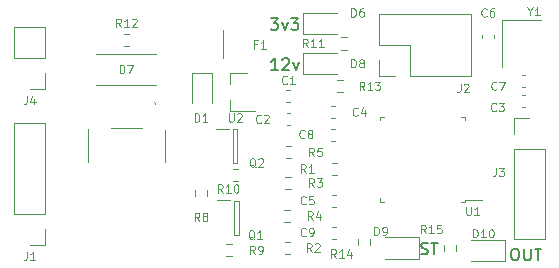
<source format=gbr>
G04 #@! TF.GenerationSoftware,KiCad,Pcbnew,(5.1.12)-1*
G04 #@! TF.CreationDate,2021-12-08T09:26:21+00:00*
G04 #@! TF.ProjectId,LightMinderSMD,4c696768-744d-4696-9e64-6572534d442e,rev?*
G04 #@! TF.SameCoordinates,Original*
G04 #@! TF.FileFunction,Legend,Top*
G04 #@! TF.FilePolarity,Positive*
%FSLAX46Y46*%
G04 Gerber Fmt 4.6, Leading zero omitted, Abs format (unit mm)*
G04 Created by KiCad (PCBNEW (5.1.12)-1) date 2021-12-08 09:26:21*
%MOMM*%
%LPD*%
G01*
G04 APERTURE LIST*
%ADD10C,0.200000*%
%ADD11C,0.120000*%
%ADD12C,0.100000*%
%ADD13R,1.500000X2.900000*%
%ADD14R,6.300000X6.500000*%
%ADD15O,1.700000X1.700000*%
%ADD16R,1.700000X1.700000*%
%ADD17R,0.900000X0.800000*%
%ADD18R,1.100000X0.600000*%
%ADD19R,1.180000X2.810000*%
%ADD20R,2.200000X1.550000*%
%ADD21R,1.200000X1.400000*%
%ADD22R,0.500000X0.500000*%
%ADD23R,0.550000X1.600000*%
%ADD24R,1.600000X0.550000*%
G04 APERTURE END LIST*
D10*
X131133333Y-93304761D02*
X131276190Y-93352380D01*
X131514285Y-93352380D01*
X131609523Y-93304761D01*
X131657142Y-93257142D01*
X131704761Y-93161904D01*
X131704761Y-93066666D01*
X131657142Y-92971428D01*
X131609523Y-92923809D01*
X131514285Y-92876190D01*
X131323809Y-92828571D01*
X131228571Y-92780952D01*
X131180952Y-92733333D01*
X131133333Y-92638095D01*
X131133333Y-92542857D01*
X131180952Y-92447619D01*
X131228571Y-92400000D01*
X131323809Y-92352380D01*
X131561904Y-92352380D01*
X131704761Y-92400000D01*
X131990476Y-92352380D02*
X132561904Y-92352380D01*
X132276190Y-93352380D02*
X132276190Y-92352380D01*
X139000000Y-92852380D02*
X139190476Y-92852380D01*
X139285714Y-92900000D01*
X139380952Y-92995238D01*
X139428571Y-93185714D01*
X139428571Y-93519047D01*
X139380952Y-93709523D01*
X139285714Y-93804761D01*
X139190476Y-93852380D01*
X139000000Y-93852380D01*
X138904761Y-93804761D01*
X138809523Y-93709523D01*
X138761904Y-93519047D01*
X138761904Y-93185714D01*
X138809523Y-92995238D01*
X138904761Y-92900000D01*
X139000000Y-92852380D01*
X139857142Y-92852380D02*
X139857142Y-93661904D01*
X139904761Y-93757142D01*
X139952380Y-93804761D01*
X140047619Y-93852380D01*
X140238095Y-93852380D01*
X140333333Y-93804761D01*
X140380952Y-93757142D01*
X140428571Y-93661904D01*
X140428571Y-92852380D01*
X140761904Y-92852380D02*
X141333333Y-92852380D01*
X141047619Y-93852380D02*
X141047619Y-92852380D01*
X118409523Y-73352380D02*
X119028571Y-73352380D01*
X118695238Y-73733333D01*
X118838095Y-73733333D01*
X118933333Y-73780952D01*
X118980952Y-73828571D01*
X119028571Y-73923809D01*
X119028571Y-74161904D01*
X118980952Y-74257142D01*
X118933333Y-74304761D01*
X118838095Y-74352380D01*
X118552380Y-74352380D01*
X118457142Y-74304761D01*
X118409523Y-74257142D01*
X119361904Y-73685714D02*
X119600000Y-74352380D01*
X119838095Y-73685714D01*
X120123809Y-73352380D02*
X120742857Y-73352380D01*
X120409523Y-73733333D01*
X120552380Y-73733333D01*
X120647619Y-73780952D01*
X120695238Y-73828571D01*
X120742857Y-73923809D01*
X120742857Y-74161904D01*
X120695238Y-74257142D01*
X120647619Y-74304761D01*
X120552380Y-74352380D01*
X120266666Y-74352380D01*
X120171428Y-74304761D01*
X120123809Y-74257142D01*
X119028571Y-77752380D02*
X118457142Y-77752380D01*
X118742857Y-77752380D02*
X118742857Y-76752380D01*
X118647619Y-76895238D01*
X118552380Y-76990476D01*
X118457142Y-77038095D01*
X119409523Y-76847619D02*
X119457142Y-76800000D01*
X119552380Y-76752380D01*
X119790476Y-76752380D01*
X119885714Y-76800000D01*
X119933333Y-76847619D01*
X119980952Y-76942857D01*
X119980952Y-77038095D01*
X119933333Y-77180952D01*
X119361904Y-77752380D01*
X119980952Y-77752380D01*
X120314285Y-77085714D02*
X120552380Y-77752380D01*
X120790476Y-77085714D01*
D11*
X126822500Y-92062742D02*
X126822500Y-92537258D01*
X125777500Y-92062742D02*
X125777500Y-92537258D01*
X123915580Y-92010000D02*
X123634420Y-92010000D01*
X123915580Y-90990000D02*
X123634420Y-90990000D01*
X123815580Y-83710000D02*
X123534420Y-83710000D01*
X123815580Y-82690000D02*
X123534420Y-82690000D01*
X139684420Y-78190000D02*
X139965580Y-78190000D01*
X139684420Y-79210000D02*
X139965580Y-79210000D01*
X136290000Y-75065580D02*
X136290000Y-74784420D01*
X137310000Y-75065580D02*
X137310000Y-74784420D01*
X123915580Y-89310000D02*
X123634420Y-89310000D01*
X123915580Y-88290000D02*
X123634420Y-88290000D01*
X123815580Y-81810000D02*
X123534420Y-81810000D01*
X123815580Y-80790000D02*
X123534420Y-80790000D01*
X139684420Y-79890000D02*
X139965580Y-79890000D01*
X139684420Y-80910000D02*
X139965580Y-80910000D01*
X105952742Y-74677500D02*
X106427258Y-74677500D01*
X105952742Y-75722500D02*
X106427258Y-75722500D01*
X115662258Y-87122500D02*
X115187742Y-87122500D01*
X115662258Y-86077500D02*
X115187742Y-86077500D01*
X114662742Y-92477500D02*
X115137258Y-92477500D01*
X114662742Y-93522500D02*
X115137258Y-93522500D01*
X113022500Y-87937742D02*
X113022500Y-88412258D01*
X111977500Y-87937742D02*
X111977500Y-88412258D01*
X134122500Y-92587742D02*
X134122500Y-93062258D01*
X133077500Y-92587742D02*
X133077500Y-93062258D01*
X124062742Y-78577500D02*
X124537258Y-78577500D01*
X124062742Y-79622500D02*
X124537258Y-79622500D01*
X124862258Y-76022500D02*
X124387742Y-76022500D01*
X124862258Y-74977500D02*
X124387742Y-74977500D01*
X119687742Y-84177500D02*
X120162258Y-84177500D01*
X119687742Y-85222500D02*
X120162258Y-85222500D01*
X120062258Y-93322500D02*
X119587742Y-93322500D01*
X120062258Y-92277500D02*
X119587742Y-92277500D01*
X120037258Y-90622500D02*
X119562742Y-90622500D01*
X120037258Y-89577500D02*
X119562742Y-89577500D01*
X120137258Y-87822500D02*
X119662742Y-87822500D01*
X120137258Y-86777500D02*
X119662742Y-86777500D01*
X123562742Y-85577500D02*
X124037258Y-85577500D01*
X123562742Y-86622500D02*
X124037258Y-86622500D01*
D12*
X108600000Y-80500000D02*
X108600000Y-80500000D01*
X108600000Y-80600000D02*
X108600000Y-80600000D01*
X102950000Y-85500000D02*
X102950000Y-82700000D01*
X109450000Y-85500000D02*
X109450000Y-82800000D01*
X107500000Y-82650000D02*
X104900000Y-82650000D01*
X108600000Y-80600000D02*
G75*
G02*
X108600000Y-80500000I0J50000D01*
G01*
X108600000Y-80500000D02*
G75*
G02*
X108600000Y-80600000I0J-50000D01*
G01*
D11*
X138970000Y-92070000D02*
X141630000Y-92070000D01*
X138970000Y-84390000D02*
X138970000Y-92070000D01*
X141630000Y-84390000D02*
X141630000Y-92070000D01*
X138970000Y-84390000D02*
X141630000Y-84390000D01*
X138970000Y-83120000D02*
X138970000Y-81790000D01*
X138970000Y-81790000D02*
X140300000Y-81790000D01*
D12*
X135330000Y-78230000D02*
X135330000Y-73030000D01*
X130190000Y-78230000D02*
X135330000Y-78230000D01*
X127590000Y-73030000D02*
X135330000Y-73030000D01*
X130190000Y-78230000D02*
X130190000Y-75630000D01*
X130190000Y-75630000D02*
X127590000Y-75630000D01*
X127590000Y-75630000D02*
X127590000Y-73030000D01*
X128920000Y-78230000D02*
X127590000Y-78230000D01*
X127590000Y-78230000D02*
X127590000Y-76900000D01*
X99330000Y-74130000D02*
X96670000Y-74130000D01*
X99330000Y-76730000D02*
X99330000Y-74130000D01*
X96670000Y-76730000D02*
X96670000Y-74130000D01*
X99330000Y-76730000D02*
X96670000Y-76730000D01*
X99330000Y-78000000D02*
X99330000Y-79330000D01*
X99330000Y-79330000D02*
X98000000Y-79330000D01*
X99330000Y-82250000D02*
X96670000Y-82250000D01*
X99330000Y-89930000D02*
X99330000Y-82250000D01*
X96670000Y-89930000D02*
X96670000Y-82250000D01*
X99330000Y-89930000D02*
X96670000Y-89930000D01*
X99330000Y-91200000D02*
X99330000Y-92530000D01*
X99330000Y-92530000D02*
X98000000Y-92530000D01*
X114940000Y-78020000D02*
X114940000Y-78950000D01*
X114940000Y-81180000D02*
X114940000Y-80250000D01*
X114940000Y-81180000D02*
X117100000Y-81180000D01*
X114940000Y-78020000D02*
X116400000Y-78020000D01*
X113750000Y-82700000D02*
X114850000Y-82700000D01*
X115200000Y-85650000D02*
X115200000Y-82750000D01*
X115600000Y-85650000D02*
X115200000Y-85650000D01*
X115600000Y-82750000D02*
X115600000Y-85650000D01*
X115200000Y-82750000D02*
X115600000Y-82750000D01*
X113850000Y-88750000D02*
X114950000Y-88750000D01*
X115300000Y-91700000D02*
X115300000Y-88800000D01*
X115700000Y-91700000D02*
X115300000Y-91700000D01*
X115700000Y-88800000D02*
X115700000Y-91700000D01*
X115300000Y-88800000D02*
X115700000Y-88800000D01*
X114385000Y-74312000D02*
X114385000Y-76688000D01*
X135400000Y-93910000D02*
X138285000Y-93910000D01*
X138285000Y-93910000D02*
X138285000Y-92090000D01*
X138285000Y-92090000D02*
X135400000Y-92090000D01*
X128062500Y-93710000D02*
X130947500Y-93710000D01*
X130947500Y-93710000D02*
X130947500Y-91890000D01*
X130947500Y-91890000D02*
X128062500Y-91890000D01*
X124062500Y-76290000D02*
X121177500Y-76290000D01*
X121177500Y-76290000D02*
X121177500Y-78110000D01*
X121177500Y-78110000D02*
X124062500Y-78110000D01*
X103630000Y-78998000D02*
X108670000Y-78998000D01*
X108670000Y-76402000D02*
X103630000Y-76402000D01*
X124062500Y-72890000D02*
X121177500Y-72890000D01*
X121177500Y-72890000D02*
X121177500Y-74710000D01*
X121177500Y-74710000D02*
X124062500Y-74710000D01*
X119749721Y-81390000D02*
X120075279Y-81390000D01*
X119749721Y-82410000D02*
X120075279Y-82410000D01*
X119724721Y-79390000D02*
X120050279Y-79390000D01*
X119724721Y-80410000D02*
X120050279Y-80410000D01*
X141300000Y-73500000D02*
X138000000Y-73500000D01*
X138000000Y-73500000D02*
X138000000Y-77500000D01*
X113450000Y-78000000D02*
X111750000Y-78000000D01*
X111750000Y-78000000D02*
X111750000Y-80550000D01*
X113450000Y-78000000D02*
X113450000Y-80550000D01*
X134891000Y-88929000D02*
X134891000Y-88704000D01*
X127641000Y-88929000D02*
X127641000Y-88604000D01*
X127641000Y-81679000D02*
X127641000Y-82004000D01*
X134891000Y-81679000D02*
X134891000Y-82004000D01*
X134891000Y-88929000D02*
X134566000Y-88929000D01*
X134891000Y-81679000D02*
X134566000Y-81679000D01*
X127641000Y-81679000D02*
X127966000Y-81679000D01*
X127641000Y-88929000D02*
X127966000Y-88929000D01*
X134891000Y-88704000D02*
X136316000Y-88704000D01*
X123950000Y-93616666D02*
X123716666Y-93283333D01*
X123550000Y-93616666D02*
X123550000Y-92916666D01*
X123816666Y-92916666D01*
X123883333Y-92950000D01*
X123916666Y-92983333D01*
X123950000Y-93050000D01*
X123950000Y-93150000D01*
X123916666Y-93216666D01*
X123883333Y-93250000D01*
X123816666Y-93283333D01*
X123550000Y-93283333D01*
X124616666Y-93616666D02*
X124216666Y-93616666D01*
X124416666Y-93616666D02*
X124416666Y-92916666D01*
X124350000Y-93016666D01*
X124283333Y-93083333D01*
X124216666Y-93116666D01*
X125216666Y-93150000D02*
X125216666Y-93616666D01*
X125050000Y-92883333D02*
X124883333Y-93383333D01*
X125316666Y-93383333D01*
X121383333Y-91750000D02*
X121350000Y-91783333D01*
X121250000Y-91816666D01*
X121183333Y-91816666D01*
X121083333Y-91783333D01*
X121016666Y-91716666D01*
X120983333Y-91650000D01*
X120950000Y-91516666D01*
X120950000Y-91416666D01*
X120983333Y-91283333D01*
X121016666Y-91216666D01*
X121083333Y-91150000D01*
X121183333Y-91116666D01*
X121250000Y-91116666D01*
X121350000Y-91150000D01*
X121383333Y-91183333D01*
X121716666Y-91816666D02*
X121850000Y-91816666D01*
X121916666Y-91783333D01*
X121950000Y-91750000D01*
X122016666Y-91650000D01*
X122050000Y-91516666D01*
X122050000Y-91250000D01*
X122016666Y-91183333D01*
X121983333Y-91150000D01*
X121916666Y-91116666D01*
X121783333Y-91116666D01*
X121716666Y-91150000D01*
X121683333Y-91183333D01*
X121650000Y-91250000D01*
X121650000Y-91416666D01*
X121683333Y-91483333D01*
X121716666Y-91516666D01*
X121783333Y-91550000D01*
X121916666Y-91550000D01*
X121983333Y-91516666D01*
X122016666Y-91483333D01*
X122050000Y-91416666D01*
X121283333Y-83450000D02*
X121250000Y-83483333D01*
X121150000Y-83516666D01*
X121083333Y-83516666D01*
X120983333Y-83483333D01*
X120916666Y-83416666D01*
X120883333Y-83350000D01*
X120850000Y-83216666D01*
X120850000Y-83116666D01*
X120883333Y-82983333D01*
X120916666Y-82916666D01*
X120983333Y-82850000D01*
X121083333Y-82816666D01*
X121150000Y-82816666D01*
X121250000Y-82850000D01*
X121283333Y-82883333D01*
X121683333Y-83116666D02*
X121616666Y-83083333D01*
X121583333Y-83050000D01*
X121550000Y-82983333D01*
X121550000Y-82950000D01*
X121583333Y-82883333D01*
X121616666Y-82850000D01*
X121683333Y-82816666D01*
X121816666Y-82816666D01*
X121883333Y-82850000D01*
X121916666Y-82883333D01*
X121950000Y-82950000D01*
X121950000Y-82983333D01*
X121916666Y-83050000D01*
X121883333Y-83083333D01*
X121816666Y-83116666D01*
X121683333Y-83116666D01*
X121616666Y-83150000D01*
X121583333Y-83183333D01*
X121550000Y-83250000D01*
X121550000Y-83383333D01*
X121583333Y-83450000D01*
X121616666Y-83483333D01*
X121683333Y-83516666D01*
X121816666Y-83516666D01*
X121883333Y-83483333D01*
X121916666Y-83450000D01*
X121950000Y-83383333D01*
X121950000Y-83250000D01*
X121916666Y-83183333D01*
X121883333Y-83150000D01*
X121816666Y-83116666D01*
X137508333Y-79350000D02*
X137475000Y-79383333D01*
X137375000Y-79416666D01*
X137308333Y-79416666D01*
X137208333Y-79383333D01*
X137141666Y-79316666D01*
X137108333Y-79250000D01*
X137075000Y-79116666D01*
X137075000Y-79016666D01*
X137108333Y-78883333D01*
X137141666Y-78816666D01*
X137208333Y-78750000D01*
X137308333Y-78716666D01*
X137375000Y-78716666D01*
X137475000Y-78750000D01*
X137508333Y-78783333D01*
X137741666Y-78716666D02*
X138208333Y-78716666D01*
X137908333Y-79416666D01*
X136683333Y-73150000D02*
X136650000Y-73183333D01*
X136550000Y-73216666D01*
X136483333Y-73216666D01*
X136383333Y-73183333D01*
X136316666Y-73116666D01*
X136283333Y-73050000D01*
X136250000Y-72916666D01*
X136250000Y-72816666D01*
X136283333Y-72683333D01*
X136316666Y-72616666D01*
X136383333Y-72550000D01*
X136483333Y-72516666D01*
X136550000Y-72516666D01*
X136650000Y-72550000D01*
X136683333Y-72583333D01*
X137283333Y-72516666D02*
X137150000Y-72516666D01*
X137083333Y-72550000D01*
X137050000Y-72583333D01*
X136983333Y-72683333D01*
X136950000Y-72816666D01*
X136950000Y-73083333D01*
X136983333Y-73150000D01*
X137016666Y-73183333D01*
X137083333Y-73216666D01*
X137216666Y-73216666D01*
X137283333Y-73183333D01*
X137316666Y-73150000D01*
X137350000Y-73083333D01*
X137350000Y-72916666D01*
X137316666Y-72850000D01*
X137283333Y-72816666D01*
X137216666Y-72783333D01*
X137083333Y-72783333D01*
X137016666Y-72816666D01*
X136983333Y-72850000D01*
X136950000Y-72916666D01*
X121383333Y-89050000D02*
X121350000Y-89083333D01*
X121250000Y-89116666D01*
X121183333Y-89116666D01*
X121083333Y-89083333D01*
X121016666Y-89016666D01*
X120983333Y-88950000D01*
X120950000Y-88816666D01*
X120950000Y-88716666D01*
X120983333Y-88583333D01*
X121016666Y-88516666D01*
X121083333Y-88450000D01*
X121183333Y-88416666D01*
X121250000Y-88416666D01*
X121350000Y-88450000D01*
X121383333Y-88483333D01*
X122016666Y-88416666D02*
X121683333Y-88416666D01*
X121650000Y-88750000D01*
X121683333Y-88716666D01*
X121750000Y-88683333D01*
X121916666Y-88683333D01*
X121983333Y-88716666D01*
X122016666Y-88750000D01*
X122050000Y-88816666D01*
X122050000Y-88983333D01*
X122016666Y-89050000D01*
X121983333Y-89083333D01*
X121916666Y-89116666D01*
X121750000Y-89116666D01*
X121683333Y-89083333D01*
X121650000Y-89050000D01*
X125783333Y-81550000D02*
X125750000Y-81583333D01*
X125650000Y-81616666D01*
X125583333Y-81616666D01*
X125483333Y-81583333D01*
X125416666Y-81516666D01*
X125383333Y-81450000D01*
X125350000Y-81316666D01*
X125350000Y-81216666D01*
X125383333Y-81083333D01*
X125416666Y-81016666D01*
X125483333Y-80950000D01*
X125583333Y-80916666D01*
X125650000Y-80916666D01*
X125750000Y-80950000D01*
X125783333Y-80983333D01*
X126383333Y-81150000D02*
X126383333Y-81616666D01*
X126216666Y-80883333D02*
X126050000Y-81383333D01*
X126483333Y-81383333D01*
X137483333Y-81150000D02*
X137450000Y-81183333D01*
X137350000Y-81216666D01*
X137283333Y-81216666D01*
X137183333Y-81183333D01*
X137116666Y-81116666D01*
X137083333Y-81050000D01*
X137050000Y-80916666D01*
X137050000Y-80816666D01*
X137083333Y-80683333D01*
X137116666Y-80616666D01*
X137183333Y-80550000D01*
X137283333Y-80516666D01*
X137350000Y-80516666D01*
X137450000Y-80550000D01*
X137483333Y-80583333D01*
X137716666Y-80516666D02*
X138150000Y-80516666D01*
X137916666Y-80783333D01*
X138016666Y-80783333D01*
X138083333Y-80816666D01*
X138116666Y-80850000D01*
X138150000Y-80916666D01*
X138150000Y-81083333D01*
X138116666Y-81150000D01*
X138083333Y-81183333D01*
X138016666Y-81216666D01*
X137816666Y-81216666D01*
X137750000Y-81183333D01*
X137716666Y-81150000D01*
X105740000Y-74086666D02*
X105506666Y-73753333D01*
X105340000Y-74086666D02*
X105340000Y-73386666D01*
X105606666Y-73386666D01*
X105673333Y-73420000D01*
X105706666Y-73453333D01*
X105740000Y-73520000D01*
X105740000Y-73620000D01*
X105706666Y-73686666D01*
X105673333Y-73720000D01*
X105606666Y-73753333D01*
X105340000Y-73753333D01*
X106406666Y-74086666D02*
X106006666Y-74086666D01*
X106206666Y-74086666D02*
X106206666Y-73386666D01*
X106140000Y-73486666D01*
X106073333Y-73553333D01*
X106006666Y-73586666D01*
X106673333Y-73453333D02*
X106706666Y-73420000D01*
X106773333Y-73386666D01*
X106940000Y-73386666D01*
X107006666Y-73420000D01*
X107040000Y-73453333D01*
X107073333Y-73520000D01*
X107073333Y-73586666D01*
X107040000Y-73686666D01*
X106640000Y-74086666D01*
X107073333Y-74086666D01*
X114350000Y-88116666D02*
X114116666Y-87783333D01*
X113950000Y-88116666D02*
X113950000Y-87416666D01*
X114216666Y-87416666D01*
X114283333Y-87450000D01*
X114316666Y-87483333D01*
X114350000Y-87550000D01*
X114350000Y-87650000D01*
X114316666Y-87716666D01*
X114283333Y-87750000D01*
X114216666Y-87783333D01*
X113950000Y-87783333D01*
X115016666Y-88116666D02*
X114616666Y-88116666D01*
X114816666Y-88116666D02*
X114816666Y-87416666D01*
X114750000Y-87516666D01*
X114683333Y-87583333D01*
X114616666Y-87616666D01*
X115450000Y-87416666D02*
X115516666Y-87416666D01*
X115583333Y-87450000D01*
X115616666Y-87483333D01*
X115650000Y-87550000D01*
X115683333Y-87683333D01*
X115683333Y-87850000D01*
X115650000Y-87983333D01*
X115616666Y-88050000D01*
X115583333Y-88083333D01*
X115516666Y-88116666D01*
X115450000Y-88116666D01*
X115383333Y-88083333D01*
X115350000Y-88050000D01*
X115316666Y-87983333D01*
X115283333Y-87850000D01*
X115283333Y-87683333D01*
X115316666Y-87550000D01*
X115350000Y-87483333D01*
X115383333Y-87450000D01*
X115450000Y-87416666D01*
X117083333Y-93316666D02*
X116850000Y-92983333D01*
X116683333Y-93316666D02*
X116683333Y-92616666D01*
X116950000Y-92616666D01*
X117016666Y-92650000D01*
X117050000Y-92683333D01*
X117083333Y-92750000D01*
X117083333Y-92850000D01*
X117050000Y-92916666D01*
X117016666Y-92950000D01*
X116950000Y-92983333D01*
X116683333Y-92983333D01*
X117416666Y-93316666D02*
X117550000Y-93316666D01*
X117616666Y-93283333D01*
X117650000Y-93250000D01*
X117716666Y-93150000D01*
X117750000Y-93016666D01*
X117750000Y-92750000D01*
X117716666Y-92683333D01*
X117683333Y-92650000D01*
X117616666Y-92616666D01*
X117483333Y-92616666D01*
X117416666Y-92650000D01*
X117383333Y-92683333D01*
X117350000Y-92750000D01*
X117350000Y-92916666D01*
X117383333Y-92983333D01*
X117416666Y-93016666D01*
X117483333Y-93050000D01*
X117616666Y-93050000D01*
X117683333Y-93016666D01*
X117716666Y-92983333D01*
X117750000Y-92916666D01*
X112383333Y-90516666D02*
X112150000Y-90183333D01*
X111983333Y-90516666D02*
X111983333Y-89816666D01*
X112250000Y-89816666D01*
X112316666Y-89850000D01*
X112350000Y-89883333D01*
X112383333Y-89950000D01*
X112383333Y-90050000D01*
X112350000Y-90116666D01*
X112316666Y-90150000D01*
X112250000Y-90183333D01*
X111983333Y-90183333D01*
X112783333Y-90116666D02*
X112716666Y-90083333D01*
X112683333Y-90050000D01*
X112650000Y-89983333D01*
X112650000Y-89950000D01*
X112683333Y-89883333D01*
X112716666Y-89850000D01*
X112783333Y-89816666D01*
X112916666Y-89816666D01*
X112983333Y-89850000D01*
X113016666Y-89883333D01*
X113050000Y-89950000D01*
X113050000Y-89983333D01*
X113016666Y-90050000D01*
X112983333Y-90083333D01*
X112916666Y-90116666D01*
X112783333Y-90116666D01*
X112716666Y-90150000D01*
X112683333Y-90183333D01*
X112650000Y-90250000D01*
X112650000Y-90383333D01*
X112683333Y-90450000D01*
X112716666Y-90483333D01*
X112783333Y-90516666D01*
X112916666Y-90516666D01*
X112983333Y-90483333D01*
X113016666Y-90450000D01*
X113050000Y-90383333D01*
X113050000Y-90250000D01*
X113016666Y-90183333D01*
X112983333Y-90150000D01*
X112916666Y-90116666D01*
X131550000Y-91566666D02*
X131316666Y-91233333D01*
X131150000Y-91566666D02*
X131150000Y-90866666D01*
X131416666Y-90866666D01*
X131483333Y-90900000D01*
X131516666Y-90933333D01*
X131550000Y-91000000D01*
X131550000Y-91100000D01*
X131516666Y-91166666D01*
X131483333Y-91200000D01*
X131416666Y-91233333D01*
X131150000Y-91233333D01*
X132216666Y-91566666D02*
X131816666Y-91566666D01*
X132016666Y-91566666D02*
X132016666Y-90866666D01*
X131950000Y-90966666D01*
X131883333Y-91033333D01*
X131816666Y-91066666D01*
X132850000Y-90866666D02*
X132516666Y-90866666D01*
X132483333Y-91200000D01*
X132516666Y-91166666D01*
X132583333Y-91133333D01*
X132750000Y-91133333D01*
X132816666Y-91166666D01*
X132850000Y-91200000D01*
X132883333Y-91266666D01*
X132883333Y-91433333D01*
X132850000Y-91500000D01*
X132816666Y-91533333D01*
X132750000Y-91566666D01*
X132583333Y-91566666D01*
X132516666Y-91533333D01*
X132483333Y-91500000D01*
X126350000Y-79416666D02*
X126116666Y-79083333D01*
X125950000Y-79416666D02*
X125950000Y-78716666D01*
X126216666Y-78716666D01*
X126283333Y-78750000D01*
X126316666Y-78783333D01*
X126350000Y-78850000D01*
X126350000Y-78950000D01*
X126316666Y-79016666D01*
X126283333Y-79050000D01*
X126216666Y-79083333D01*
X125950000Y-79083333D01*
X127016666Y-79416666D02*
X126616666Y-79416666D01*
X126816666Y-79416666D02*
X126816666Y-78716666D01*
X126750000Y-78816666D01*
X126683333Y-78883333D01*
X126616666Y-78916666D01*
X127250000Y-78716666D02*
X127683333Y-78716666D01*
X127450000Y-78983333D01*
X127550000Y-78983333D01*
X127616666Y-79016666D01*
X127650000Y-79050000D01*
X127683333Y-79116666D01*
X127683333Y-79283333D01*
X127650000Y-79350000D01*
X127616666Y-79383333D01*
X127550000Y-79416666D01*
X127350000Y-79416666D01*
X127283333Y-79383333D01*
X127250000Y-79350000D01*
X121550000Y-75816666D02*
X121316666Y-75483333D01*
X121150000Y-75816666D02*
X121150000Y-75116666D01*
X121416666Y-75116666D01*
X121483333Y-75150000D01*
X121516666Y-75183333D01*
X121550000Y-75250000D01*
X121550000Y-75350000D01*
X121516666Y-75416666D01*
X121483333Y-75450000D01*
X121416666Y-75483333D01*
X121150000Y-75483333D01*
X122216666Y-75816666D02*
X121816666Y-75816666D01*
X122016666Y-75816666D02*
X122016666Y-75116666D01*
X121950000Y-75216666D01*
X121883333Y-75283333D01*
X121816666Y-75316666D01*
X122883333Y-75816666D02*
X122483333Y-75816666D01*
X122683333Y-75816666D02*
X122683333Y-75116666D01*
X122616666Y-75216666D01*
X122550000Y-75283333D01*
X122483333Y-75316666D01*
X122083333Y-85016666D02*
X121850000Y-84683333D01*
X121683333Y-85016666D02*
X121683333Y-84316666D01*
X121950000Y-84316666D01*
X122016666Y-84350000D01*
X122050000Y-84383333D01*
X122083333Y-84450000D01*
X122083333Y-84550000D01*
X122050000Y-84616666D01*
X122016666Y-84650000D01*
X121950000Y-84683333D01*
X121683333Y-84683333D01*
X122716666Y-84316666D02*
X122383333Y-84316666D01*
X122350000Y-84650000D01*
X122383333Y-84616666D01*
X122450000Y-84583333D01*
X122616666Y-84583333D01*
X122683333Y-84616666D01*
X122716666Y-84650000D01*
X122750000Y-84716666D01*
X122750000Y-84883333D01*
X122716666Y-84950000D01*
X122683333Y-84983333D01*
X122616666Y-85016666D01*
X122450000Y-85016666D01*
X122383333Y-84983333D01*
X122350000Y-84950000D01*
X121883333Y-93116666D02*
X121650000Y-92783333D01*
X121483333Y-93116666D02*
X121483333Y-92416666D01*
X121750000Y-92416666D01*
X121816666Y-92450000D01*
X121850000Y-92483333D01*
X121883333Y-92550000D01*
X121883333Y-92650000D01*
X121850000Y-92716666D01*
X121816666Y-92750000D01*
X121750000Y-92783333D01*
X121483333Y-92783333D01*
X122150000Y-92483333D02*
X122183333Y-92450000D01*
X122250000Y-92416666D01*
X122416666Y-92416666D01*
X122483333Y-92450000D01*
X122516666Y-92483333D01*
X122550000Y-92550000D01*
X122550000Y-92616666D01*
X122516666Y-92716666D01*
X122116666Y-93116666D01*
X122550000Y-93116666D01*
X121983333Y-90416666D02*
X121750000Y-90083333D01*
X121583333Y-90416666D02*
X121583333Y-89716666D01*
X121850000Y-89716666D01*
X121916666Y-89750000D01*
X121950000Y-89783333D01*
X121983333Y-89850000D01*
X121983333Y-89950000D01*
X121950000Y-90016666D01*
X121916666Y-90050000D01*
X121850000Y-90083333D01*
X121583333Y-90083333D01*
X122583333Y-89950000D02*
X122583333Y-90416666D01*
X122416666Y-89683333D02*
X122250000Y-90183333D01*
X122683333Y-90183333D01*
X122083333Y-87616666D02*
X121850000Y-87283333D01*
X121683333Y-87616666D02*
X121683333Y-86916666D01*
X121950000Y-86916666D01*
X122016666Y-86950000D01*
X122050000Y-86983333D01*
X122083333Y-87050000D01*
X122083333Y-87150000D01*
X122050000Y-87216666D01*
X122016666Y-87250000D01*
X121950000Y-87283333D01*
X121683333Y-87283333D01*
X122316666Y-86916666D02*
X122750000Y-86916666D01*
X122516666Y-87183333D01*
X122616666Y-87183333D01*
X122683333Y-87216666D01*
X122716666Y-87250000D01*
X122750000Y-87316666D01*
X122750000Y-87483333D01*
X122716666Y-87550000D01*
X122683333Y-87583333D01*
X122616666Y-87616666D01*
X122416666Y-87616666D01*
X122350000Y-87583333D01*
X122316666Y-87550000D01*
X121383333Y-86416666D02*
X121150000Y-86083333D01*
X120983333Y-86416666D02*
X120983333Y-85716666D01*
X121250000Y-85716666D01*
X121316666Y-85750000D01*
X121350000Y-85783333D01*
X121383333Y-85850000D01*
X121383333Y-85950000D01*
X121350000Y-86016666D01*
X121316666Y-86050000D01*
X121250000Y-86083333D01*
X120983333Y-86083333D01*
X122050000Y-86416666D02*
X121650000Y-86416666D01*
X121850000Y-86416666D02*
X121850000Y-85716666D01*
X121783333Y-85816666D01*
X121716666Y-85883333D01*
X121650000Y-85916666D01*
X106133333Y-86733333D02*
X106066666Y-86700000D01*
X106000000Y-86633333D01*
X105900000Y-86533333D01*
X105833333Y-86500000D01*
X105766666Y-86500000D01*
X105800000Y-86666666D02*
X105733333Y-86633333D01*
X105666666Y-86566666D01*
X105633333Y-86433333D01*
X105633333Y-86200000D01*
X105666666Y-86066666D01*
X105733333Y-86000000D01*
X105800000Y-85966666D01*
X105933333Y-85966666D01*
X106000000Y-86000000D01*
X106066666Y-86066666D01*
X106100000Y-86200000D01*
X106100000Y-86433333D01*
X106066666Y-86566666D01*
X106000000Y-86633333D01*
X105933333Y-86666666D01*
X105800000Y-86666666D01*
X106333333Y-85966666D02*
X106766666Y-85966666D01*
X106533333Y-86233333D01*
X106633333Y-86233333D01*
X106700000Y-86266666D01*
X106733333Y-86300000D01*
X106766666Y-86366666D01*
X106766666Y-86533333D01*
X106733333Y-86600000D01*
X106700000Y-86633333D01*
X106633333Y-86666666D01*
X106433333Y-86666666D01*
X106366666Y-86633333D01*
X106333333Y-86600000D01*
X137466666Y-86016666D02*
X137466666Y-86516666D01*
X137433333Y-86616666D01*
X137366666Y-86683333D01*
X137266666Y-86716666D01*
X137200000Y-86716666D01*
X137733333Y-86016666D02*
X138166666Y-86016666D01*
X137933333Y-86283333D01*
X138033333Y-86283333D01*
X138100000Y-86316666D01*
X138133333Y-86350000D01*
X138166666Y-86416666D01*
X138166666Y-86583333D01*
X138133333Y-86650000D01*
X138100000Y-86683333D01*
X138033333Y-86716666D01*
X137833333Y-86716666D01*
X137766666Y-86683333D01*
X137733333Y-86650000D01*
X134486666Y-78916666D02*
X134486666Y-79416666D01*
X134453333Y-79516666D01*
X134386666Y-79583333D01*
X134286666Y-79616666D01*
X134220000Y-79616666D01*
X134786666Y-78983333D02*
X134820000Y-78950000D01*
X134886666Y-78916666D01*
X135053333Y-78916666D01*
X135120000Y-78950000D01*
X135153333Y-78983333D01*
X135186666Y-79050000D01*
X135186666Y-79116666D01*
X135153333Y-79216666D01*
X134753333Y-79616666D01*
X135186666Y-79616666D01*
X97766666Y-79946666D02*
X97766666Y-80446666D01*
X97733333Y-80546666D01*
X97666666Y-80613333D01*
X97566666Y-80646666D01*
X97500000Y-80646666D01*
X98400000Y-80180000D02*
X98400000Y-80646666D01*
X98233333Y-79913333D02*
X98066666Y-80413333D01*
X98500000Y-80413333D01*
X97766666Y-93146666D02*
X97766666Y-93646666D01*
X97733333Y-93746666D01*
X97666666Y-93813333D01*
X97566666Y-93846666D01*
X97500000Y-93846666D01*
X98466666Y-93846666D02*
X98066666Y-93846666D01*
X98266666Y-93846666D02*
X98266666Y-93146666D01*
X98200000Y-93246666D01*
X98133333Y-93313333D01*
X98066666Y-93346666D01*
X114866666Y-81416666D02*
X114866666Y-81983333D01*
X114900000Y-82050000D01*
X114933333Y-82083333D01*
X115000000Y-82116666D01*
X115133333Y-82116666D01*
X115200000Y-82083333D01*
X115233333Y-82050000D01*
X115266666Y-81983333D01*
X115266666Y-81416666D01*
X115566666Y-81483333D02*
X115600000Y-81450000D01*
X115666666Y-81416666D01*
X115833333Y-81416666D01*
X115900000Y-81450000D01*
X115933333Y-81483333D01*
X115966666Y-81550000D01*
X115966666Y-81616666D01*
X115933333Y-81716666D01*
X115533333Y-82116666D01*
X115966666Y-82116666D01*
X117133333Y-85983333D02*
X117066666Y-85950000D01*
X117000000Y-85883333D01*
X116900000Y-85783333D01*
X116833333Y-85750000D01*
X116766666Y-85750000D01*
X116800000Y-85916666D02*
X116733333Y-85883333D01*
X116666666Y-85816666D01*
X116633333Y-85683333D01*
X116633333Y-85450000D01*
X116666666Y-85316666D01*
X116733333Y-85250000D01*
X116800000Y-85216666D01*
X116933333Y-85216666D01*
X117000000Y-85250000D01*
X117066666Y-85316666D01*
X117100000Y-85450000D01*
X117100000Y-85683333D01*
X117066666Y-85816666D01*
X117000000Y-85883333D01*
X116933333Y-85916666D01*
X116800000Y-85916666D01*
X117366666Y-85283333D02*
X117400000Y-85250000D01*
X117466666Y-85216666D01*
X117633333Y-85216666D01*
X117700000Y-85250000D01*
X117733333Y-85283333D01*
X117766666Y-85350000D01*
X117766666Y-85416666D01*
X117733333Y-85516666D01*
X117333333Y-85916666D01*
X117766666Y-85916666D01*
X117033333Y-92083333D02*
X116966666Y-92050000D01*
X116900000Y-91983333D01*
X116800000Y-91883333D01*
X116733333Y-91850000D01*
X116666666Y-91850000D01*
X116700000Y-92016666D02*
X116633333Y-91983333D01*
X116566666Y-91916666D01*
X116533333Y-91783333D01*
X116533333Y-91550000D01*
X116566666Y-91416666D01*
X116633333Y-91350000D01*
X116700000Y-91316666D01*
X116833333Y-91316666D01*
X116900000Y-91350000D01*
X116966666Y-91416666D01*
X117000000Y-91550000D01*
X117000000Y-91783333D01*
X116966666Y-91916666D01*
X116900000Y-91983333D01*
X116833333Y-92016666D01*
X116700000Y-92016666D01*
X117666666Y-92016666D02*
X117266666Y-92016666D01*
X117466666Y-92016666D02*
X117466666Y-91316666D01*
X117400000Y-91416666D01*
X117333333Y-91483333D01*
X117266666Y-91516666D01*
X117251666Y-75550000D02*
X117018333Y-75550000D01*
X117018333Y-75916666D02*
X117018333Y-75216666D01*
X117351666Y-75216666D01*
X117985000Y-75916666D02*
X117585000Y-75916666D01*
X117785000Y-75916666D02*
X117785000Y-75216666D01*
X117718333Y-75316666D01*
X117651666Y-75383333D01*
X117585000Y-75416666D01*
X135550000Y-91916666D02*
X135550000Y-91216666D01*
X135716666Y-91216666D01*
X135816666Y-91250000D01*
X135883333Y-91316666D01*
X135916666Y-91383333D01*
X135950000Y-91516666D01*
X135950000Y-91616666D01*
X135916666Y-91750000D01*
X135883333Y-91816666D01*
X135816666Y-91883333D01*
X135716666Y-91916666D01*
X135550000Y-91916666D01*
X136616666Y-91916666D02*
X136216666Y-91916666D01*
X136416666Y-91916666D02*
X136416666Y-91216666D01*
X136350000Y-91316666D01*
X136283333Y-91383333D01*
X136216666Y-91416666D01*
X137050000Y-91216666D02*
X137116666Y-91216666D01*
X137183333Y-91250000D01*
X137216666Y-91283333D01*
X137250000Y-91350000D01*
X137283333Y-91483333D01*
X137283333Y-91650000D01*
X137250000Y-91783333D01*
X137216666Y-91850000D01*
X137183333Y-91883333D01*
X137116666Y-91916666D01*
X137050000Y-91916666D01*
X136983333Y-91883333D01*
X136950000Y-91850000D01*
X136916666Y-91783333D01*
X136883333Y-91650000D01*
X136883333Y-91483333D01*
X136916666Y-91350000D01*
X136950000Y-91283333D01*
X136983333Y-91250000D01*
X137050000Y-91216666D01*
X127183333Y-91716666D02*
X127183333Y-91016666D01*
X127350000Y-91016666D01*
X127450000Y-91050000D01*
X127516666Y-91116666D01*
X127550000Y-91183333D01*
X127583333Y-91316666D01*
X127583333Y-91416666D01*
X127550000Y-91550000D01*
X127516666Y-91616666D01*
X127450000Y-91683333D01*
X127350000Y-91716666D01*
X127183333Y-91716666D01*
X127916666Y-91716666D02*
X128050000Y-91716666D01*
X128116666Y-91683333D01*
X128150000Y-91650000D01*
X128216666Y-91550000D01*
X128250000Y-91416666D01*
X128250000Y-91150000D01*
X128216666Y-91083333D01*
X128183333Y-91050000D01*
X128116666Y-91016666D01*
X127983333Y-91016666D01*
X127916666Y-91050000D01*
X127883333Y-91083333D01*
X127850000Y-91150000D01*
X127850000Y-91316666D01*
X127883333Y-91383333D01*
X127916666Y-91416666D01*
X127983333Y-91450000D01*
X128116666Y-91450000D01*
X128183333Y-91416666D01*
X128216666Y-91383333D01*
X128250000Y-91316666D01*
X125245833Y-77516666D02*
X125245833Y-76816666D01*
X125412500Y-76816666D01*
X125512500Y-76850000D01*
X125579166Y-76916666D01*
X125612500Y-76983333D01*
X125645833Y-77116666D01*
X125645833Y-77216666D01*
X125612500Y-77350000D01*
X125579166Y-77416666D01*
X125512500Y-77483333D01*
X125412500Y-77516666D01*
X125245833Y-77516666D01*
X126045833Y-77116666D02*
X125979166Y-77083333D01*
X125945833Y-77050000D01*
X125912500Y-76983333D01*
X125912500Y-76950000D01*
X125945833Y-76883333D01*
X125979166Y-76850000D01*
X126045833Y-76816666D01*
X126179166Y-76816666D01*
X126245833Y-76850000D01*
X126279166Y-76883333D01*
X126312500Y-76950000D01*
X126312500Y-76983333D01*
X126279166Y-77050000D01*
X126245833Y-77083333D01*
X126179166Y-77116666D01*
X126045833Y-77116666D01*
X125979166Y-77150000D01*
X125945833Y-77183333D01*
X125912500Y-77250000D01*
X125912500Y-77383333D01*
X125945833Y-77450000D01*
X125979166Y-77483333D01*
X126045833Y-77516666D01*
X126179166Y-77516666D01*
X126245833Y-77483333D01*
X126279166Y-77450000D01*
X126312500Y-77383333D01*
X126312500Y-77250000D01*
X126279166Y-77183333D01*
X126245833Y-77150000D01*
X126179166Y-77116666D01*
X105633333Y-78016666D02*
X105633333Y-77316666D01*
X105800000Y-77316666D01*
X105900000Y-77350000D01*
X105966666Y-77416666D01*
X106000000Y-77483333D01*
X106033333Y-77616666D01*
X106033333Y-77716666D01*
X106000000Y-77850000D01*
X105966666Y-77916666D01*
X105900000Y-77983333D01*
X105800000Y-78016666D01*
X105633333Y-78016666D01*
X106266666Y-77316666D02*
X106733333Y-77316666D01*
X106433333Y-78016666D01*
X125245833Y-73216666D02*
X125245833Y-72516666D01*
X125412500Y-72516666D01*
X125512500Y-72550000D01*
X125579166Y-72616666D01*
X125612500Y-72683333D01*
X125645833Y-72816666D01*
X125645833Y-72916666D01*
X125612500Y-73050000D01*
X125579166Y-73116666D01*
X125512500Y-73183333D01*
X125412500Y-73216666D01*
X125245833Y-73216666D01*
X126245833Y-72516666D02*
X126112500Y-72516666D01*
X126045833Y-72550000D01*
X126012500Y-72583333D01*
X125945833Y-72683333D01*
X125912500Y-72816666D01*
X125912500Y-73083333D01*
X125945833Y-73150000D01*
X125979166Y-73183333D01*
X126045833Y-73216666D01*
X126179166Y-73216666D01*
X126245833Y-73183333D01*
X126279166Y-73150000D01*
X126312500Y-73083333D01*
X126312500Y-72916666D01*
X126279166Y-72850000D01*
X126245833Y-72816666D01*
X126179166Y-72783333D01*
X126045833Y-72783333D01*
X125979166Y-72816666D01*
X125945833Y-72850000D01*
X125912500Y-72916666D01*
X117583333Y-82150000D02*
X117550000Y-82183333D01*
X117450000Y-82216666D01*
X117383333Y-82216666D01*
X117283333Y-82183333D01*
X117216666Y-82116666D01*
X117183333Y-82050000D01*
X117150000Y-81916666D01*
X117150000Y-81816666D01*
X117183333Y-81683333D01*
X117216666Y-81616666D01*
X117283333Y-81550000D01*
X117383333Y-81516666D01*
X117450000Y-81516666D01*
X117550000Y-81550000D01*
X117583333Y-81583333D01*
X117850000Y-81583333D02*
X117883333Y-81550000D01*
X117950000Y-81516666D01*
X118116666Y-81516666D01*
X118183333Y-81550000D01*
X118216666Y-81583333D01*
X118250000Y-81650000D01*
X118250000Y-81716666D01*
X118216666Y-81816666D01*
X117816666Y-82216666D01*
X118250000Y-82216666D01*
X119783333Y-78850000D02*
X119750000Y-78883333D01*
X119650000Y-78916666D01*
X119583333Y-78916666D01*
X119483333Y-78883333D01*
X119416666Y-78816666D01*
X119383333Y-78750000D01*
X119350000Y-78616666D01*
X119350000Y-78516666D01*
X119383333Y-78383333D01*
X119416666Y-78316666D01*
X119483333Y-78250000D01*
X119583333Y-78216666D01*
X119650000Y-78216666D01*
X119750000Y-78250000D01*
X119783333Y-78283333D01*
X120450000Y-78916666D02*
X120050000Y-78916666D01*
X120250000Y-78916666D02*
X120250000Y-78216666D01*
X120183333Y-78316666D01*
X120116666Y-78383333D01*
X120050000Y-78416666D01*
X140366666Y-72783333D02*
X140366666Y-73116666D01*
X140133333Y-72416666D02*
X140366666Y-72783333D01*
X140600000Y-72416666D01*
X141200000Y-73116666D02*
X140800000Y-73116666D01*
X141000000Y-73116666D02*
X141000000Y-72416666D01*
X140933333Y-72516666D01*
X140866666Y-72583333D01*
X140800000Y-72616666D01*
X111983333Y-82116666D02*
X111983333Y-81416666D01*
X112150000Y-81416666D01*
X112250000Y-81450000D01*
X112316666Y-81516666D01*
X112350000Y-81583333D01*
X112383333Y-81716666D01*
X112383333Y-81816666D01*
X112350000Y-81950000D01*
X112316666Y-82016666D01*
X112250000Y-82083333D01*
X112150000Y-82116666D01*
X111983333Y-82116666D01*
X113050000Y-82116666D02*
X112650000Y-82116666D01*
X112850000Y-82116666D02*
X112850000Y-81416666D01*
X112783333Y-81516666D01*
X112716666Y-81583333D01*
X112650000Y-81616666D01*
X134966666Y-89316666D02*
X134966666Y-89883333D01*
X135000000Y-89950000D01*
X135033333Y-89983333D01*
X135100000Y-90016666D01*
X135233333Y-90016666D01*
X135300000Y-89983333D01*
X135333333Y-89950000D01*
X135366666Y-89883333D01*
X135366666Y-89316666D01*
X136066666Y-90016666D02*
X135666666Y-90016666D01*
X135866666Y-90016666D02*
X135866666Y-89316666D01*
X135800000Y-89416666D01*
X135733333Y-89483333D01*
X135666666Y-89516666D01*
%LPC*%
G36*
G01*
X126025000Y-92725000D02*
X126575000Y-92725000D01*
G75*
G02*
X126775000Y-92925000I0J-200000D01*
G01*
X126775000Y-93325000D01*
G75*
G02*
X126575000Y-93525000I-200000J0D01*
G01*
X126025000Y-93525000D01*
G75*
G02*
X125825000Y-93325000I0J200000D01*
G01*
X125825000Y-92925000D01*
G75*
G02*
X126025000Y-92725000I200000J0D01*
G01*
G37*
G36*
G01*
X126025000Y-91075000D02*
X126575000Y-91075000D01*
G75*
G02*
X126775000Y-91275000I0J-200000D01*
G01*
X126775000Y-91675000D01*
G75*
G02*
X126575000Y-91875000I-200000J0D01*
G01*
X126025000Y-91875000D01*
G75*
G02*
X125825000Y-91675000I0J200000D01*
G01*
X125825000Y-91275000D01*
G75*
G02*
X126025000Y-91075000I200000J0D01*
G01*
G37*
G36*
G01*
X123450000Y-91250000D02*
X123450000Y-91750000D01*
G75*
G02*
X123225000Y-91975000I-225000J0D01*
G01*
X122775000Y-91975000D01*
G75*
G02*
X122550000Y-91750000I0J225000D01*
G01*
X122550000Y-91250000D01*
G75*
G02*
X122775000Y-91025000I225000J0D01*
G01*
X123225000Y-91025000D01*
G75*
G02*
X123450000Y-91250000I0J-225000D01*
G01*
G37*
G36*
G01*
X125000000Y-91250000D02*
X125000000Y-91750000D01*
G75*
G02*
X124775000Y-91975000I-225000J0D01*
G01*
X124325000Y-91975000D01*
G75*
G02*
X124100000Y-91750000I0J225000D01*
G01*
X124100000Y-91250000D01*
G75*
G02*
X124325000Y-91025000I225000J0D01*
G01*
X124775000Y-91025000D01*
G75*
G02*
X125000000Y-91250000I0J-225000D01*
G01*
G37*
G36*
G01*
X123350000Y-82950000D02*
X123350000Y-83450000D01*
G75*
G02*
X123125000Y-83675000I-225000J0D01*
G01*
X122675000Y-83675000D01*
G75*
G02*
X122450000Y-83450000I0J225000D01*
G01*
X122450000Y-82950000D01*
G75*
G02*
X122675000Y-82725000I225000J0D01*
G01*
X123125000Y-82725000D01*
G75*
G02*
X123350000Y-82950000I0J-225000D01*
G01*
G37*
G36*
G01*
X124900000Y-82950000D02*
X124900000Y-83450000D01*
G75*
G02*
X124675000Y-83675000I-225000J0D01*
G01*
X124225000Y-83675000D01*
G75*
G02*
X124000000Y-83450000I0J225000D01*
G01*
X124000000Y-82950000D01*
G75*
G02*
X124225000Y-82725000I225000J0D01*
G01*
X124675000Y-82725000D01*
G75*
G02*
X124900000Y-82950000I0J-225000D01*
G01*
G37*
G36*
G01*
X140150000Y-78950000D02*
X140150000Y-78450000D01*
G75*
G02*
X140375000Y-78225000I225000J0D01*
G01*
X140825000Y-78225000D01*
G75*
G02*
X141050000Y-78450000I0J-225000D01*
G01*
X141050000Y-78950000D01*
G75*
G02*
X140825000Y-79175000I-225000J0D01*
G01*
X140375000Y-79175000D01*
G75*
G02*
X140150000Y-78950000I0J225000D01*
G01*
G37*
G36*
G01*
X138600000Y-78950000D02*
X138600000Y-78450000D01*
G75*
G02*
X138825000Y-78225000I225000J0D01*
G01*
X139275000Y-78225000D01*
G75*
G02*
X139500000Y-78450000I0J-225000D01*
G01*
X139500000Y-78950000D01*
G75*
G02*
X139275000Y-79175000I-225000J0D01*
G01*
X138825000Y-79175000D01*
G75*
G02*
X138600000Y-78950000I0J225000D01*
G01*
G37*
G36*
G01*
X137050000Y-74600000D02*
X136550000Y-74600000D01*
G75*
G02*
X136325000Y-74375000I0J225000D01*
G01*
X136325000Y-73925000D01*
G75*
G02*
X136550000Y-73700000I225000J0D01*
G01*
X137050000Y-73700000D01*
G75*
G02*
X137275000Y-73925000I0J-225000D01*
G01*
X137275000Y-74375000D01*
G75*
G02*
X137050000Y-74600000I-225000J0D01*
G01*
G37*
G36*
G01*
X137050000Y-76150000D02*
X136550000Y-76150000D01*
G75*
G02*
X136325000Y-75925000I0J225000D01*
G01*
X136325000Y-75475000D01*
G75*
G02*
X136550000Y-75250000I225000J0D01*
G01*
X137050000Y-75250000D01*
G75*
G02*
X137275000Y-75475000I0J-225000D01*
G01*
X137275000Y-75925000D01*
G75*
G02*
X137050000Y-76150000I-225000J0D01*
G01*
G37*
G36*
G01*
X123450000Y-88550000D02*
X123450000Y-89050000D01*
G75*
G02*
X123225000Y-89275000I-225000J0D01*
G01*
X122775000Y-89275000D01*
G75*
G02*
X122550000Y-89050000I0J225000D01*
G01*
X122550000Y-88550000D01*
G75*
G02*
X122775000Y-88325000I225000J0D01*
G01*
X123225000Y-88325000D01*
G75*
G02*
X123450000Y-88550000I0J-225000D01*
G01*
G37*
G36*
G01*
X125000000Y-88550000D02*
X125000000Y-89050000D01*
G75*
G02*
X124775000Y-89275000I-225000J0D01*
G01*
X124325000Y-89275000D01*
G75*
G02*
X124100000Y-89050000I0J225000D01*
G01*
X124100000Y-88550000D01*
G75*
G02*
X124325000Y-88325000I225000J0D01*
G01*
X124775000Y-88325000D01*
G75*
G02*
X125000000Y-88550000I0J-225000D01*
G01*
G37*
G36*
G01*
X123350000Y-81050000D02*
X123350000Y-81550000D01*
G75*
G02*
X123125000Y-81775000I-225000J0D01*
G01*
X122675000Y-81775000D01*
G75*
G02*
X122450000Y-81550000I0J225000D01*
G01*
X122450000Y-81050000D01*
G75*
G02*
X122675000Y-80825000I225000J0D01*
G01*
X123125000Y-80825000D01*
G75*
G02*
X123350000Y-81050000I0J-225000D01*
G01*
G37*
G36*
G01*
X124900000Y-81050000D02*
X124900000Y-81550000D01*
G75*
G02*
X124675000Y-81775000I-225000J0D01*
G01*
X124225000Y-81775000D01*
G75*
G02*
X124000000Y-81550000I0J225000D01*
G01*
X124000000Y-81050000D01*
G75*
G02*
X124225000Y-80825000I225000J0D01*
G01*
X124675000Y-80825000D01*
G75*
G02*
X124900000Y-81050000I0J-225000D01*
G01*
G37*
G36*
G01*
X140150000Y-80650000D02*
X140150000Y-80150000D01*
G75*
G02*
X140375000Y-79925000I225000J0D01*
G01*
X140825000Y-79925000D01*
G75*
G02*
X141050000Y-80150000I0J-225000D01*
G01*
X141050000Y-80650000D01*
G75*
G02*
X140825000Y-80875000I-225000J0D01*
G01*
X140375000Y-80875000D01*
G75*
G02*
X140150000Y-80650000I0J225000D01*
G01*
G37*
G36*
G01*
X138600000Y-80650000D02*
X138600000Y-80150000D01*
G75*
G02*
X138825000Y-79925000I225000J0D01*
G01*
X139275000Y-79925000D01*
G75*
G02*
X139500000Y-80150000I0J-225000D01*
G01*
X139500000Y-80650000D01*
G75*
G02*
X139275000Y-80875000I-225000J0D01*
G01*
X138825000Y-80875000D01*
G75*
G02*
X138600000Y-80650000I0J225000D01*
G01*
G37*
G36*
G01*
X106615000Y-75475000D02*
X106615000Y-74925000D01*
G75*
G02*
X106815000Y-74725000I200000J0D01*
G01*
X107215000Y-74725000D01*
G75*
G02*
X107415000Y-74925000I0J-200000D01*
G01*
X107415000Y-75475000D01*
G75*
G02*
X107215000Y-75675000I-200000J0D01*
G01*
X106815000Y-75675000D01*
G75*
G02*
X106615000Y-75475000I0J200000D01*
G01*
G37*
G36*
G01*
X104965000Y-75475000D02*
X104965000Y-74925000D01*
G75*
G02*
X105165000Y-74725000I200000J0D01*
G01*
X105565000Y-74725000D01*
G75*
G02*
X105765000Y-74925000I0J-200000D01*
G01*
X105765000Y-75475000D01*
G75*
G02*
X105565000Y-75675000I-200000J0D01*
G01*
X105165000Y-75675000D01*
G75*
G02*
X104965000Y-75475000I0J200000D01*
G01*
G37*
G36*
G01*
X115000000Y-86325000D02*
X115000000Y-86875000D01*
G75*
G02*
X114800000Y-87075000I-200000J0D01*
G01*
X114400000Y-87075000D01*
G75*
G02*
X114200000Y-86875000I0J200000D01*
G01*
X114200000Y-86325000D01*
G75*
G02*
X114400000Y-86125000I200000J0D01*
G01*
X114800000Y-86125000D01*
G75*
G02*
X115000000Y-86325000I0J-200000D01*
G01*
G37*
G36*
G01*
X116650000Y-86325000D02*
X116650000Y-86875000D01*
G75*
G02*
X116450000Y-87075000I-200000J0D01*
G01*
X116050000Y-87075000D01*
G75*
G02*
X115850000Y-86875000I0J200000D01*
G01*
X115850000Y-86325000D01*
G75*
G02*
X116050000Y-86125000I200000J0D01*
G01*
X116450000Y-86125000D01*
G75*
G02*
X116650000Y-86325000I0J-200000D01*
G01*
G37*
G36*
G01*
X115325000Y-93275000D02*
X115325000Y-92725000D01*
G75*
G02*
X115525000Y-92525000I200000J0D01*
G01*
X115925000Y-92525000D01*
G75*
G02*
X116125000Y-92725000I0J-200000D01*
G01*
X116125000Y-93275000D01*
G75*
G02*
X115925000Y-93475000I-200000J0D01*
G01*
X115525000Y-93475000D01*
G75*
G02*
X115325000Y-93275000I0J200000D01*
G01*
G37*
G36*
G01*
X113675000Y-93275000D02*
X113675000Y-92725000D01*
G75*
G02*
X113875000Y-92525000I200000J0D01*
G01*
X114275000Y-92525000D01*
G75*
G02*
X114475000Y-92725000I0J-200000D01*
G01*
X114475000Y-93275000D01*
G75*
G02*
X114275000Y-93475000I-200000J0D01*
G01*
X113875000Y-93475000D01*
G75*
G02*
X113675000Y-93275000I0J200000D01*
G01*
G37*
G36*
G01*
X112225000Y-88600000D02*
X112775000Y-88600000D01*
G75*
G02*
X112975000Y-88800000I0J-200000D01*
G01*
X112975000Y-89200000D01*
G75*
G02*
X112775000Y-89400000I-200000J0D01*
G01*
X112225000Y-89400000D01*
G75*
G02*
X112025000Y-89200000I0J200000D01*
G01*
X112025000Y-88800000D01*
G75*
G02*
X112225000Y-88600000I200000J0D01*
G01*
G37*
G36*
G01*
X112225000Y-86950000D02*
X112775000Y-86950000D01*
G75*
G02*
X112975000Y-87150000I0J-200000D01*
G01*
X112975000Y-87550000D01*
G75*
G02*
X112775000Y-87750000I-200000J0D01*
G01*
X112225000Y-87750000D01*
G75*
G02*
X112025000Y-87550000I0J200000D01*
G01*
X112025000Y-87150000D01*
G75*
G02*
X112225000Y-86950000I200000J0D01*
G01*
G37*
G36*
G01*
X133325000Y-93250000D02*
X133875000Y-93250000D01*
G75*
G02*
X134075000Y-93450000I0J-200000D01*
G01*
X134075000Y-93850000D01*
G75*
G02*
X133875000Y-94050000I-200000J0D01*
G01*
X133325000Y-94050000D01*
G75*
G02*
X133125000Y-93850000I0J200000D01*
G01*
X133125000Y-93450000D01*
G75*
G02*
X133325000Y-93250000I200000J0D01*
G01*
G37*
G36*
G01*
X133325000Y-91600000D02*
X133875000Y-91600000D01*
G75*
G02*
X134075000Y-91800000I0J-200000D01*
G01*
X134075000Y-92200000D01*
G75*
G02*
X133875000Y-92400000I-200000J0D01*
G01*
X133325000Y-92400000D01*
G75*
G02*
X133125000Y-92200000I0J200000D01*
G01*
X133125000Y-91800000D01*
G75*
G02*
X133325000Y-91600000I200000J0D01*
G01*
G37*
G36*
G01*
X124725000Y-79375000D02*
X124725000Y-78825000D01*
G75*
G02*
X124925000Y-78625000I200000J0D01*
G01*
X125325000Y-78625000D01*
G75*
G02*
X125525000Y-78825000I0J-200000D01*
G01*
X125525000Y-79375000D01*
G75*
G02*
X125325000Y-79575000I-200000J0D01*
G01*
X124925000Y-79575000D01*
G75*
G02*
X124725000Y-79375000I0J200000D01*
G01*
G37*
G36*
G01*
X123075000Y-79375000D02*
X123075000Y-78825000D01*
G75*
G02*
X123275000Y-78625000I200000J0D01*
G01*
X123675000Y-78625000D01*
G75*
G02*
X123875000Y-78825000I0J-200000D01*
G01*
X123875000Y-79375000D01*
G75*
G02*
X123675000Y-79575000I-200000J0D01*
G01*
X123275000Y-79575000D01*
G75*
G02*
X123075000Y-79375000I0J200000D01*
G01*
G37*
G36*
G01*
X124200000Y-75225000D02*
X124200000Y-75775000D01*
G75*
G02*
X124000000Y-75975000I-200000J0D01*
G01*
X123600000Y-75975000D01*
G75*
G02*
X123400000Y-75775000I0J200000D01*
G01*
X123400000Y-75225000D01*
G75*
G02*
X123600000Y-75025000I200000J0D01*
G01*
X124000000Y-75025000D01*
G75*
G02*
X124200000Y-75225000I0J-200000D01*
G01*
G37*
G36*
G01*
X125850000Y-75225000D02*
X125850000Y-75775000D01*
G75*
G02*
X125650000Y-75975000I-200000J0D01*
G01*
X125250000Y-75975000D01*
G75*
G02*
X125050000Y-75775000I0J200000D01*
G01*
X125050000Y-75225000D01*
G75*
G02*
X125250000Y-75025000I200000J0D01*
G01*
X125650000Y-75025000D01*
G75*
G02*
X125850000Y-75225000I0J-200000D01*
G01*
G37*
G36*
G01*
X120350000Y-84975000D02*
X120350000Y-84425000D01*
G75*
G02*
X120550000Y-84225000I200000J0D01*
G01*
X120950000Y-84225000D01*
G75*
G02*
X121150000Y-84425000I0J-200000D01*
G01*
X121150000Y-84975000D01*
G75*
G02*
X120950000Y-85175000I-200000J0D01*
G01*
X120550000Y-85175000D01*
G75*
G02*
X120350000Y-84975000I0J200000D01*
G01*
G37*
G36*
G01*
X118700000Y-84975000D02*
X118700000Y-84425000D01*
G75*
G02*
X118900000Y-84225000I200000J0D01*
G01*
X119300000Y-84225000D01*
G75*
G02*
X119500000Y-84425000I0J-200000D01*
G01*
X119500000Y-84975000D01*
G75*
G02*
X119300000Y-85175000I-200000J0D01*
G01*
X118900000Y-85175000D01*
G75*
G02*
X118700000Y-84975000I0J200000D01*
G01*
G37*
G36*
G01*
X119400000Y-92525000D02*
X119400000Y-93075000D01*
G75*
G02*
X119200000Y-93275000I-200000J0D01*
G01*
X118800000Y-93275000D01*
G75*
G02*
X118600000Y-93075000I0J200000D01*
G01*
X118600000Y-92525000D01*
G75*
G02*
X118800000Y-92325000I200000J0D01*
G01*
X119200000Y-92325000D01*
G75*
G02*
X119400000Y-92525000I0J-200000D01*
G01*
G37*
G36*
G01*
X121050000Y-92525000D02*
X121050000Y-93075000D01*
G75*
G02*
X120850000Y-93275000I-200000J0D01*
G01*
X120450000Y-93275000D01*
G75*
G02*
X120250000Y-93075000I0J200000D01*
G01*
X120250000Y-92525000D01*
G75*
G02*
X120450000Y-92325000I200000J0D01*
G01*
X120850000Y-92325000D01*
G75*
G02*
X121050000Y-92525000I0J-200000D01*
G01*
G37*
G36*
G01*
X119375000Y-89825000D02*
X119375000Y-90375000D01*
G75*
G02*
X119175000Y-90575000I-200000J0D01*
G01*
X118775000Y-90575000D01*
G75*
G02*
X118575000Y-90375000I0J200000D01*
G01*
X118575000Y-89825000D01*
G75*
G02*
X118775000Y-89625000I200000J0D01*
G01*
X119175000Y-89625000D01*
G75*
G02*
X119375000Y-89825000I0J-200000D01*
G01*
G37*
G36*
G01*
X121025000Y-89825000D02*
X121025000Y-90375000D01*
G75*
G02*
X120825000Y-90575000I-200000J0D01*
G01*
X120425000Y-90575000D01*
G75*
G02*
X120225000Y-90375000I0J200000D01*
G01*
X120225000Y-89825000D01*
G75*
G02*
X120425000Y-89625000I200000J0D01*
G01*
X120825000Y-89625000D01*
G75*
G02*
X121025000Y-89825000I0J-200000D01*
G01*
G37*
G36*
G01*
X119475000Y-87025000D02*
X119475000Y-87575000D01*
G75*
G02*
X119275000Y-87775000I-200000J0D01*
G01*
X118875000Y-87775000D01*
G75*
G02*
X118675000Y-87575000I0J200000D01*
G01*
X118675000Y-87025000D01*
G75*
G02*
X118875000Y-86825000I200000J0D01*
G01*
X119275000Y-86825000D01*
G75*
G02*
X119475000Y-87025000I0J-200000D01*
G01*
G37*
G36*
G01*
X121125000Y-87025000D02*
X121125000Y-87575000D01*
G75*
G02*
X120925000Y-87775000I-200000J0D01*
G01*
X120525000Y-87775000D01*
G75*
G02*
X120325000Y-87575000I0J200000D01*
G01*
X120325000Y-87025000D01*
G75*
G02*
X120525000Y-86825000I200000J0D01*
G01*
X120925000Y-86825000D01*
G75*
G02*
X121125000Y-87025000I0J-200000D01*
G01*
G37*
G36*
G01*
X124225000Y-86375000D02*
X124225000Y-85825000D01*
G75*
G02*
X124425000Y-85625000I200000J0D01*
G01*
X124825000Y-85625000D01*
G75*
G02*
X125025000Y-85825000I0J-200000D01*
G01*
X125025000Y-86375000D01*
G75*
G02*
X124825000Y-86575000I-200000J0D01*
G01*
X124425000Y-86575000D01*
G75*
G02*
X124225000Y-86375000I0J200000D01*
G01*
G37*
G36*
G01*
X122575000Y-86375000D02*
X122575000Y-85825000D01*
G75*
G02*
X122775000Y-85625000I200000J0D01*
G01*
X123175000Y-85625000D01*
G75*
G02*
X123375000Y-85825000I0J-200000D01*
G01*
X123375000Y-86375000D01*
G75*
G02*
X123175000Y-86575000I-200000J0D01*
G01*
X122775000Y-86575000D01*
G75*
G02*
X122575000Y-86375000I0J200000D01*
G01*
G37*
D13*
X103914000Y-82450000D03*
D14*
X106200000Y-88950000D03*
D13*
X108486000Y-82450000D03*
D15*
X140300000Y-90740000D03*
X140300000Y-88200000D03*
X140300000Y-85660000D03*
D16*
X140300000Y-83120000D03*
D15*
X134000000Y-74360000D03*
X134000000Y-76900000D03*
X131460000Y-74360000D03*
X131460000Y-76900000D03*
X128920000Y-74360000D03*
D16*
X128920000Y-76900000D03*
D15*
X98000000Y-75460000D03*
D16*
X98000000Y-78000000D03*
D15*
X98000000Y-83580000D03*
X98000000Y-86120000D03*
X98000000Y-88660000D03*
D16*
X98000000Y-91200000D03*
D17*
X114700000Y-79600000D03*
X116700000Y-78650000D03*
X116700000Y-80550000D03*
D18*
X116500000Y-84200000D03*
X114300000Y-85150000D03*
X114300000Y-83250000D03*
X116600000Y-90250000D03*
X114400000Y-91200000D03*
X114400000Y-89300000D03*
D19*
X115870000Y-75500000D03*
X112900000Y-75500000D03*
G36*
G01*
X136100000Y-92599999D02*
X136100000Y-93400001D01*
G75*
G02*
X135850001Y-93650000I-249999J0D01*
G01*
X135024999Y-93650000D01*
G75*
G02*
X134775000Y-93400001I0J249999D01*
G01*
X134775000Y-92599999D01*
G75*
G02*
X135024999Y-92350000I249999J0D01*
G01*
X135850001Y-92350000D01*
G75*
G02*
X136100000Y-92599999I0J-249999D01*
G01*
G37*
G36*
G01*
X138025000Y-92599999D02*
X138025000Y-93400001D01*
G75*
G02*
X137775001Y-93650000I-249999J0D01*
G01*
X136949999Y-93650000D01*
G75*
G02*
X136700000Y-93400001I0J249999D01*
G01*
X136700000Y-92599999D01*
G75*
G02*
X136949999Y-92350000I249999J0D01*
G01*
X137775001Y-92350000D01*
G75*
G02*
X138025000Y-92599999I0J-249999D01*
G01*
G37*
G36*
G01*
X128762500Y-92399999D02*
X128762500Y-93200001D01*
G75*
G02*
X128512501Y-93450000I-249999J0D01*
G01*
X127687499Y-93450000D01*
G75*
G02*
X127437500Y-93200001I0J249999D01*
G01*
X127437500Y-92399999D01*
G75*
G02*
X127687499Y-92150000I249999J0D01*
G01*
X128512501Y-92150000D01*
G75*
G02*
X128762500Y-92399999I0J-249999D01*
G01*
G37*
G36*
G01*
X130687500Y-92399999D02*
X130687500Y-93200001D01*
G75*
G02*
X130437501Y-93450000I-249999J0D01*
G01*
X129612499Y-93450000D01*
G75*
G02*
X129362500Y-93200001I0J249999D01*
G01*
X129362500Y-92399999D01*
G75*
G02*
X129612499Y-92150000I249999J0D01*
G01*
X130437501Y-92150000D01*
G75*
G02*
X130687500Y-92399999I0J-249999D01*
G01*
G37*
G36*
G01*
X123362500Y-77600001D02*
X123362500Y-76799999D01*
G75*
G02*
X123612499Y-76550000I249999J0D01*
G01*
X124437501Y-76550000D01*
G75*
G02*
X124687500Y-76799999I0J-249999D01*
G01*
X124687500Y-77600001D01*
G75*
G02*
X124437501Y-77850000I-249999J0D01*
G01*
X123612499Y-77850000D01*
G75*
G02*
X123362500Y-77600001I0J249999D01*
G01*
G37*
G36*
G01*
X121437500Y-77600001D02*
X121437500Y-76799999D01*
G75*
G02*
X121687499Y-76550000I249999J0D01*
G01*
X122512501Y-76550000D01*
G75*
G02*
X122762500Y-76799999I0J-249999D01*
G01*
X122762500Y-77600001D01*
G75*
G02*
X122512501Y-77850000I-249999J0D01*
G01*
X121687499Y-77850000D01*
G75*
G02*
X121437500Y-77600001I0J249999D01*
G01*
G37*
D20*
X108200000Y-77700000D03*
X104100000Y-77700000D03*
G36*
G01*
X123362500Y-74200001D02*
X123362500Y-73399999D01*
G75*
G02*
X123612499Y-73150000I249999J0D01*
G01*
X124437501Y-73150000D01*
G75*
G02*
X124687500Y-73399999I0J-249999D01*
G01*
X124687500Y-74200001D01*
G75*
G02*
X124437501Y-74450000I-249999J0D01*
G01*
X123612499Y-74450000D01*
G75*
G02*
X123362500Y-74200001I0J249999D01*
G01*
G37*
G36*
G01*
X121437500Y-74200001D02*
X121437500Y-73399999D01*
G75*
G02*
X121687499Y-73150000I249999J0D01*
G01*
X122512501Y-73150000D01*
G75*
G02*
X122762500Y-73399999I0J-249999D01*
G01*
X122762500Y-74200001D01*
G75*
G02*
X122512501Y-74450000I-249999J0D01*
G01*
X121687499Y-74450000D01*
G75*
G02*
X121437500Y-74200001I0J249999D01*
G01*
G37*
G36*
G01*
X120262500Y-82156250D02*
X120262500Y-81643750D01*
G75*
G02*
X120481250Y-81425000I218750J0D01*
G01*
X120918750Y-81425000D01*
G75*
G02*
X121137500Y-81643750I0J-218750D01*
G01*
X121137500Y-82156250D01*
G75*
G02*
X120918750Y-82375000I-218750J0D01*
G01*
X120481250Y-82375000D01*
G75*
G02*
X120262500Y-82156250I0J218750D01*
G01*
G37*
G36*
G01*
X118687500Y-82156250D02*
X118687500Y-81643750D01*
G75*
G02*
X118906250Y-81425000I218750J0D01*
G01*
X119343750Y-81425000D01*
G75*
G02*
X119562500Y-81643750I0J-218750D01*
G01*
X119562500Y-82156250D01*
G75*
G02*
X119343750Y-82375000I-218750J0D01*
G01*
X118906250Y-82375000D01*
G75*
G02*
X118687500Y-82156250I0J218750D01*
G01*
G37*
G36*
G01*
X120237500Y-80156250D02*
X120237500Y-79643750D01*
G75*
G02*
X120456250Y-79425000I218750J0D01*
G01*
X120893750Y-79425000D01*
G75*
G02*
X121112500Y-79643750I0J-218750D01*
G01*
X121112500Y-80156250D01*
G75*
G02*
X120893750Y-80375000I-218750J0D01*
G01*
X120456250Y-80375000D01*
G75*
G02*
X120237500Y-80156250I0J218750D01*
G01*
G37*
G36*
G01*
X118662500Y-80156250D02*
X118662500Y-79643750D01*
G75*
G02*
X118881250Y-79425000I218750J0D01*
G01*
X119318750Y-79425000D01*
G75*
G02*
X119537500Y-79643750I0J-218750D01*
G01*
X119537500Y-80156250D01*
G75*
G02*
X119318750Y-80375000I-218750J0D01*
G01*
X118881250Y-80375000D01*
G75*
G02*
X118662500Y-80156250I0J218750D01*
G01*
G37*
D21*
X140500000Y-74400000D03*
X140500000Y-76600000D03*
X138800000Y-76600000D03*
X138800000Y-74400000D03*
D22*
X112600000Y-80600000D03*
X112600000Y-78400000D03*
D23*
X134066000Y-89554000D03*
X133266000Y-89554000D03*
X132466000Y-89554000D03*
X131666000Y-89554000D03*
X130866000Y-89554000D03*
X130066000Y-89554000D03*
X129266000Y-89554000D03*
X128466000Y-89554000D03*
D24*
X127016000Y-88104000D03*
X127016000Y-87304000D03*
X127016000Y-86504000D03*
X127016000Y-85704000D03*
X127016000Y-84904000D03*
X127016000Y-84104000D03*
X127016000Y-83304000D03*
X127016000Y-82504000D03*
D23*
X128466000Y-81054000D03*
X129266000Y-81054000D03*
X130066000Y-81054000D03*
X130866000Y-81054000D03*
X131666000Y-81054000D03*
X132466000Y-81054000D03*
X133266000Y-81054000D03*
X134066000Y-81054000D03*
D24*
X135516000Y-82504000D03*
X135516000Y-83304000D03*
X135516000Y-84104000D03*
X135516000Y-84904000D03*
X135516000Y-85704000D03*
X135516000Y-86504000D03*
X135516000Y-87304000D03*
X135516000Y-88104000D03*
M02*

</source>
